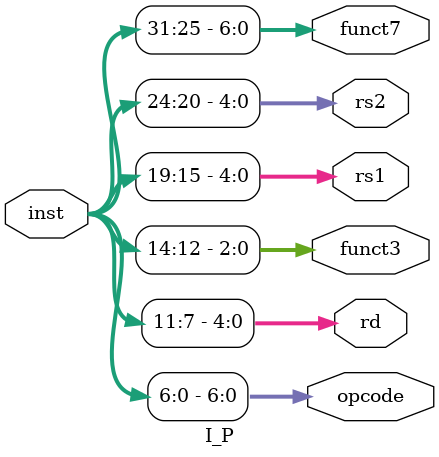
<source format=v>
module I_P
(
input [31:0 ] inst,
output [6:0] opcode,
output [4:0] rd,
output [2:0] funct3,
output [4:0] rs1,
output [4:0] rs2,
output [6:0] funct7

);

assign opcode = inst[6:0];
assign rd = inst[11:7];
assign funct3 = inst[14:12];
assign rs1 = inst[19:15];
assign rs2 = inst[24:20];
assign funct7 = inst[31:25];


endmodule
</source>
